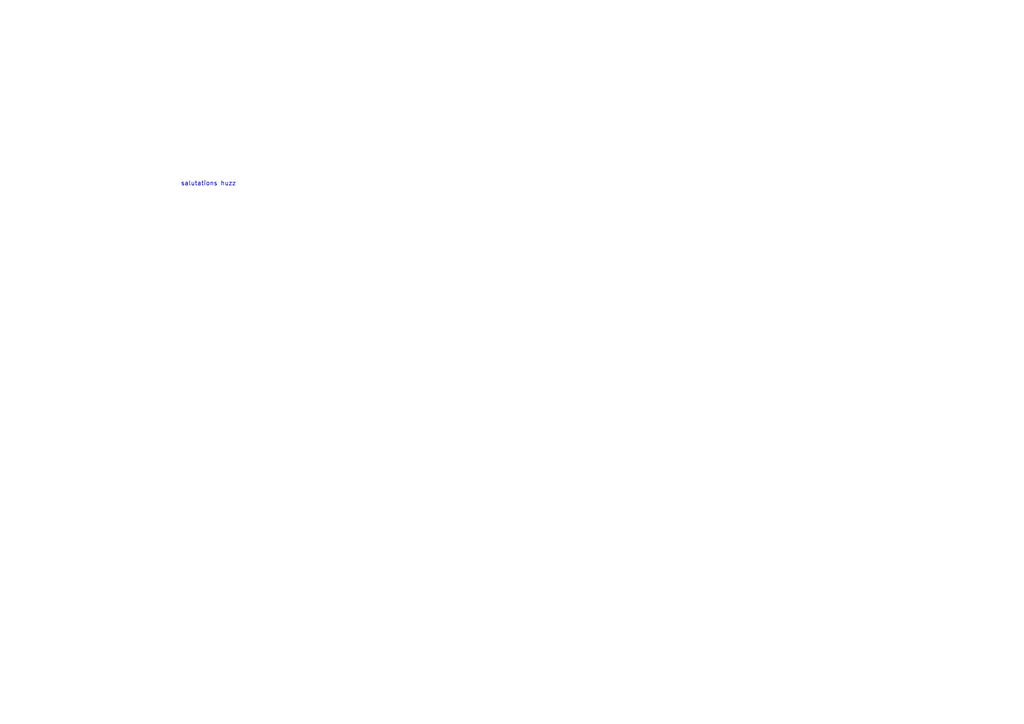
<source format=kicad_sch>
(kicad_sch
	(version 20250114)
	(generator "eeschema")
	(generator_version "9.0")
	(uuid "4ee6c2ad-9a1b-4276-b3cf-1cc8dc52967e")
	(paper "A4")
	(lib_symbols)
	(text "salutations huzz"
		(exclude_from_sim no)
		(at 60.452 53.34 0)
		(effects
			(font
				(size 1.27 1.27)
			)
		)
		(uuid "940b8ee5-385f-4750-9aaf-2cb95e45c511")
	)
	(sheet_instances
		(path "/"
			(page "1")
		)
	)
	(embedded_fonts no)
)

</source>
